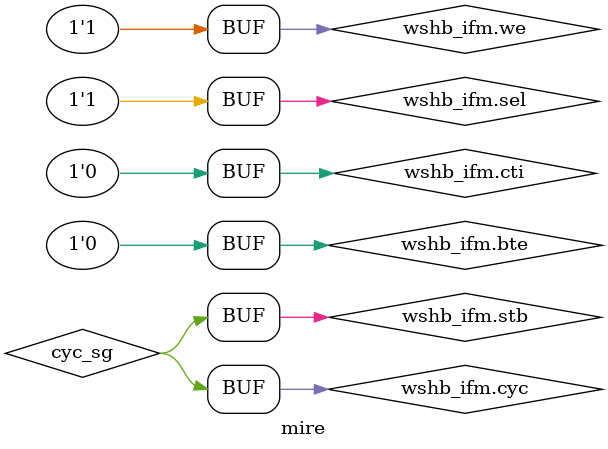
<source format=sv>
module mire #(parameter HDISP = 800 ,
	      parameter VDISP = 480 )
	   (wshb_if.master wshb_ifm);
	
logic [5:0]compt_main; //Compteur pour laisser la main chaque 64 cycles

logic cyc_sg;


//Processus pour compter et laisser la main a chaque 64 cycles
always_ff @(posedge wshb_ifm.clk or posedge wshb_ifm.rst)
	if(wshb_ifm.rst)
	begin
		compt_main <= 0;
		cyc_sg <= 0;
	end

	else
	begin
		if(compt_main == 63)
		begin
			compt_main <= 0;
			cyc_sg <= 0;
		end
		else
			cyc_sg <= 1;
		if(wshb_ifm.ack)
			compt_main <= compt_main +1;
	end


//Compteur de pixels et lignes
logic [$clog2(HDISP)-1:0] pix_cmpt;
logic [$clog2(VDISP)-1:0] line_cmpt;

//Processus pour compter pixels et lignes
always_ff @(posedge wshb_ifm.clk or posedge wshb_ifm.rst)
	if(wshb_ifm.rst)
	begin
		pix_cmpt <= 0;
		line_cmpt <= 0;
	end
	else if(wshb_ifm.ack)
	begin
		if(pix_cmpt == HDISP-1)
		begin
			pix_cmpt <= 0;
			if(line_cmpt == VDISP -1)
				line_cmpt <= 0;
			else
				line_cmpt <= line_cmpt +1;
		end
		else
			pix_cmpt <= pix_cmpt +1;
	end



//Processus pour incrementer l'adresse
always_ff @(posedge wshb_ifm.clk or posedge wshb_ifm.rst)
	if(wshb_ifm.rst)
		wshb_ifm.adr <= 0;
	else if(wshb_ifm.ack)
		if(wshb_ifm.adr == 4*(HDISP*VDISP -1))
			wshb_ifm.adr <= '0;
		else
			wshb_ifm.adr <= wshb_ifm.adr + 4;



assign wshb_ifm.cti = '0;
assign wshb_ifm.bte = '0;
assign wshb_ifm.we = 1'b1;
assign wshb_ifm.sel = 4'b1111;

//Cyc et Stb passent à 0 chaque fois que le compteur passe à 0
assign wshb_ifm.cyc = cyc_sg;
assign wshb_ifm.stb = cyc_sg;




assign wshb_ifm.dat_ms = ((line_cmpt % 16 == 0) || (pix_cmpt % 16 == 0)) ? 32'h00ffffff : 32'h00000000;

endmodule

</source>
